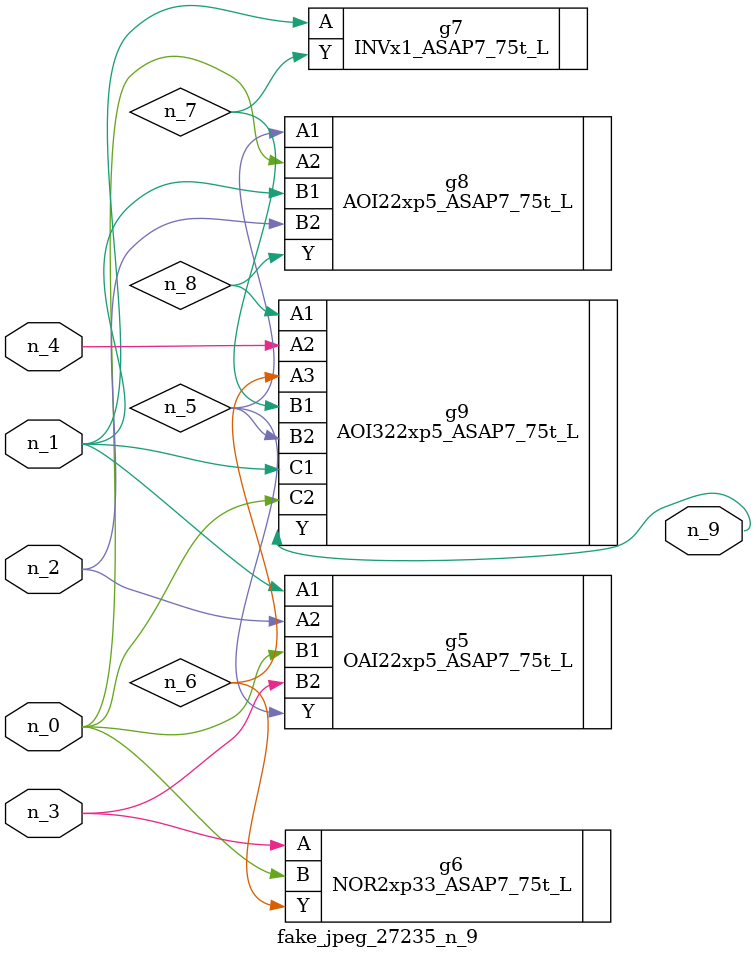
<source format=v>
module fake_jpeg_27235_n_9 (n_3, n_2, n_1, n_0, n_4, n_9);

input n_3;
input n_2;
input n_1;
input n_0;
input n_4;

output n_9;

wire n_8;
wire n_6;
wire n_5;
wire n_7;

OAI22xp5_ASAP7_75t_L g5 ( 
.A1(n_1),
.A2(n_2),
.B1(n_0),
.B2(n_3),
.Y(n_5)
);

NOR2xp33_ASAP7_75t_L g6 ( 
.A(n_3),
.B(n_0),
.Y(n_6)
);

INVx1_ASAP7_75t_L g7 ( 
.A(n_1),
.Y(n_7)
);

AOI22xp5_ASAP7_75t_L g8 ( 
.A1(n_5),
.A2(n_0),
.B1(n_1),
.B2(n_2),
.Y(n_8)
);

AOI322xp5_ASAP7_75t_L g9 ( 
.A1(n_8),
.A2(n_4),
.A3(n_6),
.B1(n_7),
.B2(n_5),
.C1(n_1),
.C2(n_0),
.Y(n_9)
);


endmodule
</source>
